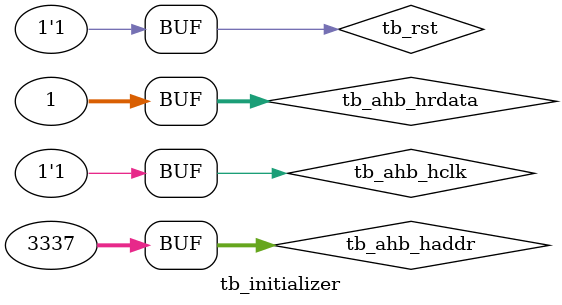
<source format=sv>

`timescale 1ns/100ps

module tb_initializer
();

localparam CLK_T = 10;
localparam TIMESTEP=5;
localparam BUSWIDTH=32;

reg tb_clk;
reg tb_rst;

reg tb_ahb_hclk; //bus clock
reg [1:0] tb_ahb_htrans; //transfer kind
reg [2:0] tb_ahb_hburst; //burst kind
reg tb_ahb_hwrite; //transfer direction
reg tb_ahb_hprot; //protection control
reg [BUSWIDTH-1:0] tb_ahb_haddr; //address bus
reg [BUSWIDTH-1:0] tb_ahb_hwdata; //write data bus
reg [BUSWIDTH-1:0] tb_ahb_hrdata; //read data bus
reg tb_ahb_hgrant; //bus grant
reg tb_ahb_hlock; //locked transfer request
reg tb_ahb_hbusreq; //bus request  
reg tb_ahb_hready; //slave is ready
reg [1:0] tb_ahb_hresp; //transfer response
reg [BUSWIDTH-1:0] tb_width;
reg [BUSWIDTH-1:0] tb_height;
reg [BUSWIDTH-1:0] tb_readStartAddress;
reg [BUSWIDTH-1:0] tb_writeStartAddress;
reg tb_filterType;
reg tb_final_enable;


always
begin : CLK_GEN
    tb_ahb_hclk=1'b0;
    #(CLK_T / 2);
    tb_ahb_hclk=1'b1;
    #(CLK_T / 2);
end

initializer INIT(.n_rst(tb_rst),
                 .ahb_hclk(tb_ahb_hclk),
                 .ahb_htrans(tb_ahb_htrans),
                 .ahb_hburst(tb_ahb_hburst),
                 .ahb_hwrite(tb_ahb_hwrite),
                 .ahb_hprot(tb_ahb_hprot),
                 .ahb_haddr(tb_ahb_haddr),
                 .ahb_hwdata(tb_ahb_hwdata),
                 .ahb_hrdata(tb_ahb_hrdata),
                 .ahb_hgrant(tb_ahb_hgrant),
                 .ahb_hlock(tb_ahb_hlock),
                 .ahb_hbusreq(tb_ahb_hbusreq),
                 .ahb_hready(tb_ahb_hready),
                 .ahb_hresp(tb_ahb_hresp),
                 .width(tb_width),
                 .height(tb_height),
                 .readStartAddress(tb_readStartAddress),
                 .writeStartAddress(tb_writeStartAddress),
                 .filterType(tb_filterType),
             .final_enable(tb_final_enable));

initial
begin
    tb_ahb_haddr=32'h0;
    tb_ahb_hrdata=32'h0;
    tb_ahb_haddr=32'h0;
    //reset the design 
    tb_rst=0;
    #(TIMESTEP*3);
    
    //test case number one, sending the correct signals to finish all the state
    //feed to state IDLE 
    tb_rst=1'b1;
    #(CLK_T);

    //feed to readadd1
    tb_ahb_haddr=32'hD09;

    //feed to read width state
    #(CLK_T); 
    tb_ahb_hrdata=32'h20000151;    //send the width with most significant 3 bits to be 001 

    //feed to read add2
    #(CLK_T); 
    tb_ahb_haddr=32'hD09;

    //feed to read height state
    #(CLK_T); 
    tb_ahb_hrdata=32'h40000151;

    //feed to read add3
    #(CLK_T); 
    #(CLK_T); 
    tb_ahb_haddr=32'hD09;

    //feed to read readstartaddress
    #(CLK_T); 
    tb_ahb_hrdata=32'h600001F4;   // 011


    //feed to read add4
    #(CLK_T); 
    tb_ahb_haddr=32'hD09;

    //feed to read writestartaddress
    #(CLK_T); 
    tb_ahb_hrdata=32'h8000157C;  //100


   //feed to read add5
    #(CLK_T); 
    tb_ahb_haddr=32'hD09;

    //feed to read filter 
    #(CLK_T); 
    tb_ahb_hrdata=32'hA0000001; 

    //feed to KICKSTART state
    
    #(CLK_T); 
    tb_ahb_hrdata=1'b1;


end
endmodule

</source>
